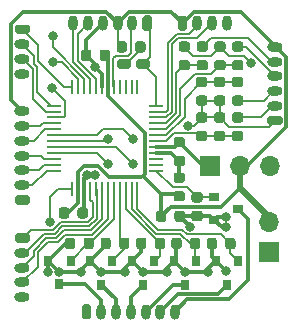
<source format=gbr>
G04 #@! TF.GenerationSoftware,KiCad,Pcbnew,(5.1.8-0-10_14)*
G04 #@! TF.CreationDate,2021-11-26T07:07:57-05:00*
G04 #@! TF.ProjectId,4809Rc,34383039-5263-42e6-9b69-6361645f7063,rev?*
G04 #@! TF.SameCoordinates,Original*
G04 #@! TF.FileFunction,Copper,L1,Top*
G04 #@! TF.FilePolarity,Positive*
%FSLAX46Y46*%
G04 Gerber Fmt 4.6, Leading zero omitted, Abs format (unit mm)*
G04 Created by KiCad (PCBNEW (5.1.8-0-10_14)) date 2021-11-26 07:07:57*
%MOMM*%
%LPD*%
G01*
G04 APERTURE LIST*
G04 #@! TA.AperFunction,ComponentPad*
%ADD10O,1.700000X1.700000*%
G04 #@! TD*
G04 #@! TA.AperFunction,ComponentPad*
%ADD11R,1.700000X1.700000*%
G04 #@! TD*
G04 #@! TA.AperFunction,ComponentPad*
%ADD12O,0.800000X1.300000*%
G04 #@! TD*
G04 #@! TA.AperFunction,SMDPad,CuDef*
%ADD13R,0.250000X1.300000*%
G04 #@! TD*
G04 #@! TA.AperFunction,SMDPad,CuDef*
%ADD14R,1.300000X0.250000*%
G04 #@! TD*
G04 #@! TA.AperFunction,ComponentPad*
%ADD15O,1.300000X0.800000*%
G04 #@! TD*
G04 #@! TA.AperFunction,SMDPad,CuDef*
%ADD16R,0.900000X0.800000*%
G04 #@! TD*
G04 #@! TA.AperFunction,SMDPad,CuDef*
%ADD17R,0.800000X0.900000*%
G04 #@! TD*
G04 #@! TA.AperFunction,ViaPad*
%ADD18C,0.800000*%
G04 #@! TD*
G04 #@! TA.AperFunction,Conductor*
%ADD19C,0.300000*%
G04 #@! TD*
G04 #@! TA.AperFunction,Conductor*
%ADD20C,0.200000*%
G04 #@! TD*
G04 #@! TA.AperFunction,Conductor*
%ADD21C,0.500000*%
G04 #@! TD*
G04 APERTURE END LIST*
D10*
X166966900Y-99809300D03*
D11*
X166966900Y-102349300D03*
D12*
X158972900Y-107403900D03*
X157722900Y-107403900D03*
X156472900Y-107403900D03*
X155222900Y-107403900D03*
X153972900Y-107403900D03*
X152722900Y-107403900D03*
G04 #@! TA.AperFunction,ComponentPad*
G36*
G01*
X151072900Y-107853900D02*
X151072900Y-106953900D01*
G75*
G02*
X151272900Y-106753900I200000J0D01*
G01*
X151672900Y-106753900D01*
G75*
G02*
X151872900Y-106953900I0J-200000D01*
G01*
X151872900Y-107853900D01*
G75*
G02*
X151672900Y-108053900I-200000J0D01*
G01*
X151272900Y-108053900D01*
G75*
G02*
X151072900Y-107853900I0J200000D01*
G01*
G37*
G04 #@! TD.AperFunction*
G04 #@! TA.AperFunction,SMDPad,CuDef*
G36*
G01*
X153535900Y-101369150D02*
X153535900Y-101881650D01*
G75*
G02*
X153317150Y-102100400I-218750J0D01*
G01*
X152879650Y-102100400D01*
G75*
G02*
X152660900Y-101881650I0J218750D01*
G01*
X152660900Y-101369150D01*
G75*
G02*
X152879650Y-101150400I218750J0D01*
G01*
X153317150Y-101150400D01*
G75*
G02*
X153535900Y-101369150I0J-218750D01*
G01*
G37*
G04 #@! TD.AperFunction*
G04 #@! TA.AperFunction,SMDPad,CuDef*
G36*
G01*
X155110900Y-101369150D02*
X155110900Y-101881650D01*
G75*
G02*
X154892150Y-102100400I-218750J0D01*
G01*
X154454650Y-102100400D01*
G75*
G02*
X154235900Y-101881650I0J218750D01*
G01*
X154235900Y-101369150D01*
G75*
G02*
X154454650Y-101150400I218750J0D01*
G01*
X154892150Y-101150400D01*
G75*
G02*
X155110900Y-101369150I0J-218750D01*
G01*
G37*
G04 #@! TD.AperFunction*
D13*
X150285000Y-88360000D03*
X150785000Y-88360000D03*
X151285000Y-88360000D03*
X151785000Y-88360000D03*
X152285000Y-88360000D03*
X152785000Y-88360000D03*
X153285000Y-88360000D03*
X153785000Y-88360000D03*
X154285000Y-88360000D03*
X154785000Y-88360000D03*
X155285000Y-88360000D03*
X155785000Y-88360000D03*
D14*
X157385000Y-89960000D03*
X157385000Y-90460000D03*
X157385000Y-90960000D03*
X157385000Y-91460000D03*
X157385000Y-91960000D03*
X157385000Y-92460000D03*
X157385000Y-92960000D03*
X157385000Y-93460000D03*
X157385000Y-93960000D03*
X157385000Y-94460000D03*
X157385000Y-94960000D03*
X157385000Y-95460000D03*
D13*
X155785000Y-97060000D03*
X155285000Y-97060000D03*
X154785000Y-97060000D03*
X154285000Y-97060000D03*
X153785000Y-97060000D03*
X153285000Y-97060000D03*
X152785000Y-97060000D03*
X152285000Y-97060000D03*
X151785000Y-97060000D03*
X151285000Y-97060000D03*
X150785000Y-97060000D03*
X150285000Y-97060000D03*
D14*
X148685000Y-95460000D03*
X148685000Y-94960000D03*
X148685000Y-94460000D03*
X148685000Y-93960000D03*
X148685000Y-93460000D03*
X148685000Y-92960000D03*
X148685000Y-92460000D03*
X148685000Y-91960000D03*
X148685000Y-91460000D03*
X148685000Y-90960000D03*
X148685000Y-90460000D03*
X148685000Y-89960000D03*
D12*
X163363600Y-82981800D03*
X162113600Y-82981800D03*
X160863600Y-82981800D03*
G04 #@! TA.AperFunction,ComponentPad*
G36*
G01*
X159213600Y-83431800D02*
X159213600Y-82531800D01*
G75*
G02*
X159413600Y-82331800I200000J0D01*
G01*
X159813600Y-82331800D01*
G75*
G02*
X160013600Y-82531800I0J-200000D01*
G01*
X160013600Y-83431800D01*
G75*
G02*
X159813600Y-83631800I-200000J0D01*
G01*
X159413600Y-83631800D01*
G75*
G02*
X159213600Y-83431800I0J200000D01*
G01*
G37*
G04 #@! TD.AperFunction*
G04 #@! TA.AperFunction,SMDPad,CuDef*
G36*
G01*
X154894800Y-84732150D02*
X154894800Y-85244650D01*
G75*
G02*
X154676050Y-85463400I-218750J0D01*
G01*
X154238550Y-85463400D01*
G75*
G02*
X154019800Y-85244650I0J218750D01*
G01*
X154019800Y-84732150D01*
G75*
G02*
X154238550Y-84513400I218750J0D01*
G01*
X154676050Y-84513400D01*
G75*
G02*
X154894800Y-84732150I0J-218750D01*
G01*
G37*
G04 #@! TD.AperFunction*
G04 #@! TA.AperFunction,SMDPad,CuDef*
G36*
G01*
X156469800Y-84732150D02*
X156469800Y-85244650D01*
G75*
G02*
X156251050Y-85463400I-218750J0D01*
G01*
X155813550Y-85463400D01*
G75*
G02*
X155594800Y-85244650I0J218750D01*
G01*
X155594800Y-84732150D01*
G75*
G02*
X155813550Y-84513400I218750J0D01*
G01*
X156251050Y-84513400D01*
G75*
G02*
X156469800Y-84732150I0J-218750D01*
G01*
G37*
G04 #@! TD.AperFunction*
D10*
X166979600Y-95084900D03*
X164439600Y-95084900D03*
D11*
X161899600Y-95084900D03*
D15*
X146050000Y-90442400D03*
X146050000Y-91692400D03*
X146050000Y-92942400D03*
X146050000Y-94192400D03*
X146050000Y-95442400D03*
X146050000Y-96692400D03*
G04 #@! TA.AperFunction,ComponentPad*
G36*
G01*
X146500000Y-98342400D02*
X145600000Y-98342400D01*
G75*
G02*
X145400000Y-98142400I0J200000D01*
G01*
X145400000Y-97742400D01*
G75*
G02*
X145600000Y-97542400I200000J0D01*
G01*
X146500000Y-97542400D01*
G75*
G02*
X146700000Y-97742400I0J-200000D01*
G01*
X146700000Y-98142400D01*
G75*
G02*
X146500000Y-98342400I-200000J0D01*
G01*
G37*
G04 #@! TD.AperFunction*
X146050000Y-106180900D03*
X146050000Y-104930900D03*
X146050000Y-103680900D03*
X146050000Y-102430900D03*
G04 #@! TA.AperFunction,ComponentPad*
G36*
G01*
X145600000Y-100780900D02*
X146500000Y-100780900D01*
G75*
G02*
X146700000Y-100980900I0J-200000D01*
G01*
X146700000Y-101380900D01*
G75*
G02*
X146500000Y-101580900I-200000J0D01*
G01*
X145600000Y-101580900D01*
G75*
G02*
X145400000Y-101380900I0J200000D01*
G01*
X145400000Y-100980900D01*
G75*
G02*
X145600000Y-100780900I200000J0D01*
G01*
G37*
G04 #@! TD.AperFunction*
X167436800Y-84986800D03*
X167436800Y-86236800D03*
X167436800Y-87486800D03*
X167436800Y-88736800D03*
X167436800Y-89986800D03*
G04 #@! TA.AperFunction,ComponentPad*
G36*
G01*
X167886800Y-91636800D02*
X166986800Y-91636800D01*
G75*
G02*
X166786800Y-91436800I0J200000D01*
G01*
X166786800Y-91036800D01*
G75*
G02*
X166986800Y-90836800I200000J0D01*
G01*
X167886800Y-90836800D01*
G75*
G02*
X168086800Y-91036800I0J-200000D01*
G01*
X168086800Y-91436800D01*
G75*
G02*
X167886800Y-91636800I-200000J0D01*
G01*
G37*
G04 #@! TD.AperFunction*
D16*
X164296600Y-98679000D03*
X162296600Y-99629000D03*
X162296600Y-97729000D03*
G04 #@! TA.AperFunction,SMDPad,CuDef*
G36*
G01*
X164018250Y-92094800D02*
X164530750Y-92094800D01*
G75*
G02*
X164749500Y-92313550I0J-218750D01*
G01*
X164749500Y-92751050D01*
G75*
G02*
X164530750Y-92969800I-218750J0D01*
G01*
X164018250Y-92969800D01*
G75*
G02*
X163799500Y-92751050I0J218750D01*
G01*
X163799500Y-92313550D01*
G75*
G02*
X164018250Y-92094800I218750J0D01*
G01*
G37*
G04 #@! TD.AperFunction*
G04 #@! TA.AperFunction,SMDPad,CuDef*
G36*
G01*
X164018250Y-90519800D02*
X164530750Y-90519800D01*
G75*
G02*
X164749500Y-90738550I0J-218750D01*
G01*
X164749500Y-91176050D01*
G75*
G02*
X164530750Y-91394800I-218750J0D01*
G01*
X164018250Y-91394800D01*
G75*
G02*
X163799500Y-91176050I0J218750D01*
G01*
X163799500Y-90738550D01*
G75*
G02*
X164018250Y-90519800I218750J0D01*
G01*
G37*
G04 #@! TD.AperFunction*
G04 #@! TA.AperFunction,SMDPad,CuDef*
G36*
G01*
X162494250Y-89097600D02*
X163006750Y-89097600D01*
G75*
G02*
X163225500Y-89316350I0J-218750D01*
G01*
X163225500Y-89753850D01*
G75*
G02*
X163006750Y-89972600I-218750J0D01*
G01*
X162494250Y-89972600D01*
G75*
G02*
X162275500Y-89753850I0J218750D01*
G01*
X162275500Y-89316350D01*
G75*
G02*
X162494250Y-89097600I218750J0D01*
G01*
G37*
G04 #@! TD.AperFunction*
G04 #@! TA.AperFunction,SMDPad,CuDef*
G36*
G01*
X162494250Y-87522600D02*
X163006750Y-87522600D01*
G75*
G02*
X163225500Y-87741350I0J-218750D01*
G01*
X163225500Y-88178850D01*
G75*
G02*
X163006750Y-88397600I-218750J0D01*
G01*
X162494250Y-88397600D01*
G75*
G02*
X162275500Y-88178850I0J218750D01*
G01*
X162275500Y-87741350D01*
G75*
G02*
X162494250Y-87522600I218750J0D01*
G01*
G37*
G04 #@! TD.AperFunction*
G04 #@! TA.AperFunction,SMDPad,CuDef*
G36*
G01*
X164530750Y-88397600D02*
X164018250Y-88397600D01*
G75*
G02*
X163799500Y-88178850I0J218750D01*
G01*
X163799500Y-87741350D01*
G75*
G02*
X164018250Y-87522600I218750J0D01*
G01*
X164530750Y-87522600D01*
G75*
G02*
X164749500Y-87741350I0J-218750D01*
G01*
X164749500Y-88178850D01*
G75*
G02*
X164530750Y-88397600I-218750J0D01*
G01*
G37*
G04 #@! TD.AperFunction*
G04 #@! TA.AperFunction,SMDPad,CuDef*
G36*
G01*
X164530750Y-89972600D02*
X164018250Y-89972600D01*
G75*
G02*
X163799500Y-89753850I0J218750D01*
G01*
X163799500Y-89316350D01*
G75*
G02*
X164018250Y-89097600I218750J0D01*
G01*
X164530750Y-89097600D01*
G75*
G02*
X164749500Y-89316350I0J-218750D01*
G01*
X164749500Y-89753850D01*
G75*
G02*
X164530750Y-89972600I-218750J0D01*
G01*
G37*
G04 #@! TD.AperFunction*
G04 #@! TA.AperFunction,SMDPad,CuDef*
G36*
G01*
X161021050Y-86100400D02*
X161533550Y-86100400D01*
G75*
G02*
X161752300Y-86319150I0J-218750D01*
G01*
X161752300Y-86756650D01*
G75*
G02*
X161533550Y-86975400I-218750J0D01*
G01*
X161021050Y-86975400D01*
G75*
G02*
X160802300Y-86756650I0J218750D01*
G01*
X160802300Y-86319150D01*
G75*
G02*
X161021050Y-86100400I218750J0D01*
G01*
G37*
G04 #@! TD.AperFunction*
G04 #@! TA.AperFunction,SMDPad,CuDef*
G36*
G01*
X161021050Y-84525400D02*
X161533550Y-84525400D01*
G75*
G02*
X161752300Y-84744150I0J-218750D01*
G01*
X161752300Y-85181650D01*
G75*
G02*
X161533550Y-85400400I-218750J0D01*
G01*
X161021050Y-85400400D01*
G75*
G02*
X160802300Y-85181650I0J218750D01*
G01*
X160802300Y-84744150D01*
G75*
G02*
X161021050Y-84525400I218750J0D01*
G01*
G37*
G04 #@! TD.AperFunction*
G04 #@! TA.AperFunction,SMDPad,CuDef*
G36*
G01*
X160009550Y-85400400D02*
X159497050Y-85400400D01*
G75*
G02*
X159278300Y-85181650I0J218750D01*
G01*
X159278300Y-84744150D01*
G75*
G02*
X159497050Y-84525400I218750J0D01*
G01*
X160009550Y-84525400D01*
G75*
G02*
X160228300Y-84744150I0J-218750D01*
G01*
X160228300Y-85181650D01*
G75*
G02*
X160009550Y-85400400I-218750J0D01*
G01*
G37*
G04 #@! TD.AperFunction*
G04 #@! TA.AperFunction,SMDPad,CuDef*
G36*
G01*
X160009550Y-86975400D02*
X159497050Y-86975400D01*
G75*
G02*
X159278300Y-86756650I0J218750D01*
G01*
X159278300Y-86319150D01*
G75*
G02*
X159497050Y-86100400I218750J0D01*
G01*
X160009550Y-86100400D01*
G75*
G02*
X160228300Y-86319150I0J-218750D01*
G01*
X160228300Y-86756650D01*
G75*
G02*
X160009550Y-86975400I-218750J0D01*
G01*
G37*
G04 #@! TD.AperFunction*
D17*
X149174200Y-105101900D03*
X148224200Y-103101900D03*
X150124200Y-103101900D03*
D15*
X146050000Y-87252500D03*
X146050000Y-86002500D03*
X146050000Y-84752500D03*
G04 #@! TA.AperFunction,ComponentPad*
G36*
G01*
X145600000Y-83102500D02*
X146500000Y-83102500D01*
G75*
G02*
X146700000Y-83302500I0J-200000D01*
G01*
X146700000Y-83702500D01*
G75*
G02*
X146500000Y-83902500I-200000J0D01*
G01*
X145600000Y-83902500D01*
G75*
G02*
X145400000Y-83702500I0J200000D01*
G01*
X145400000Y-83302500D01*
G75*
G02*
X145600000Y-83102500I200000J0D01*
G01*
G37*
G04 #@! TD.AperFunction*
G04 #@! TA.AperFunction,SMDPad,CuDef*
G36*
G01*
X156545800Y-101369150D02*
X156545800Y-101881650D01*
G75*
G02*
X156327050Y-102100400I-218750J0D01*
G01*
X155889550Y-102100400D01*
G75*
G02*
X155670800Y-101881650I0J218750D01*
G01*
X155670800Y-101369150D01*
G75*
G02*
X155889550Y-101150400I218750J0D01*
G01*
X156327050Y-101150400D01*
G75*
G02*
X156545800Y-101369150I0J-218750D01*
G01*
G37*
G04 #@! TD.AperFunction*
G04 #@! TA.AperFunction,SMDPad,CuDef*
G36*
G01*
X158120800Y-101369150D02*
X158120800Y-101881650D01*
G75*
G02*
X157902050Y-102100400I-218750J0D01*
G01*
X157464550Y-102100400D01*
G75*
G02*
X157245800Y-101881650I0J218750D01*
G01*
X157245800Y-101369150D01*
G75*
G02*
X157464550Y-101150400I218750J0D01*
G01*
X157902050Y-101150400D01*
G75*
G02*
X158120800Y-101369150I0J-218750D01*
G01*
G37*
G04 #@! TD.AperFunction*
D17*
X156273500Y-105114600D03*
X155323500Y-103114600D03*
X157223500Y-103114600D03*
G04 #@! TA.AperFunction,SMDPad,CuDef*
G36*
G01*
X150526000Y-101369150D02*
X150526000Y-101881650D01*
G75*
G02*
X150307250Y-102100400I-218750J0D01*
G01*
X149869750Y-102100400D01*
G75*
G02*
X149651000Y-101881650I0J218750D01*
G01*
X149651000Y-101369150D01*
G75*
G02*
X149869750Y-101150400I218750J0D01*
G01*
X150307250Y-101150400D01*
G75*
G02*
X150526000Y-101369150I0J-218750D01*
G01*
G37*
G04 #@! TD.AperFunction*
G04 #@! TA.AperFunction,SMDPad,CuDef*
G36*
G01*
X152101000Y-101369150D02*
X152101000Y-101881650D01*
G75*
G02*
X151882250Y-102100400I-218750J0D01*
G01*
X151444750Y-102100400D01*
G75*
G02*
X151226000Y-101881650I0J218750D01*
G01*
X151226000Y-101369150D01*
G75*
G02*
X151444750Y-101150400I218750J0D01*
G01*
X151882250Y-101150400D01*
G75*
G02*
X152101000Y-101369150I0J-218750D01*
G01*
G37*
G04 #@! TD.AperFunction*
D12*
X150353700Y-82969100D03*
X151603700Y-82969100D03*
X152853700Y-82969100D03*
X154103700Y-82969100D03*
X155353700Y-82969100D03*
G04 #@! TA.AperFunction,ComponentPad*
G36*
G01*
X157003700Y-82519100D02*
X157003700Y-83419100D01*
G75*
G02*
X156803700Y-83619100I-200000J0D01*
G01*
X156403700Y-83619100D01*
G75*
G02*
X156203700Y-83419100I0J200000D01*
G01*
X156203700Y-82519100D01*
G75*
G02*
X156403700Y-82319100I200000J0D01*
G01*
X156803700Y-82319100D01*
G75*
G02*
X157003700Y-82519100I0J-200000D01*
G01*
G37*
G04 #@! TD.AperFunction*
G04 #@! TA.AperFunction,SMDPad,CuDef*
G36*
G01*
X150705300Y-99303550D02*
X150705300Y-98791050D01*
G75*
G02*
X150924050Y-98572300I218750J0D01*
G01*
X151361550Y-98572300D01*
G75*
G02*
X151580300Y-98791050I0J-218750D01*
G01*
X151580300Y-99303550D01*
G75*
G02*
X151361550Y-99522300I-218750J0D01*
G01*
X150924050Y-99522300D01*
G75*
G02*
X150705300Y-99303550I0J218750D01*
G01*
G37*
G04 #@! TD.AperFunction*
G04 #@! TA.AperFunction,SMDPad,CuDef*
G36*
G01*
X149130300Y-99303550D02*
X149130300Y-98791050D01*
G75*
G02*
X149349050Y-98572300I218750J0D01*
G01*
X149786550Y-98572300D01*
G75*
G02*
X150005300Y-98791050I0J-218750D01*
G01*
X150005300Y-99303550D01*
G75*
G02*
X149786550Y-99522300I-218750J0D01*
G01*
X149349050Y-99522300D01*
G75*
G02*
X149130300Y-99303550I0J218750D01*
G01*
G37*
G04 #@! TD.AperFunction*
G04 #@! TA.AperFunction,SMDPad,CuDef*
G36*
G01*
X158922200Y-99582950D02*
X158922200Y-99070450D01*
G75*
G02*
X159140950Y-98851700I218750J0D01*
G01*
X159578450Y-98851700D01*
G75*
G02*
X159797200Y-99070450I0J-218750D01*
G01*
X159797200Y-99582950D01*
G75*
G02*
X159578450Y-99801700I-218750J0D01*
G01*
X159140950Y-99801700D01*
G75*
G02*
X158922200Y-99582950I0J218750D01*
G01*
G37*
G04 #@! TD.AperFunction*
G04 #@! TA.AperFunction,SMDPad,CuDef*
G36*
G01*
X157347200Y-99582950D02*
X157347200Y-99070450D01*
G75*
G02*
X157565950Y-98851700I218750J0D01*
G01*
X158003450Y-98851700D01*
G75*
G02*
X158222200Y-99070450I0J-218750D01*
G01*
X158222200Y-99582950D01*
G75*
G02*
X158003450Y-99801700I-218750J0D01*
G01*
X157565950Y-99801700D01*
G75*
G02*
X157347200Y-99582950I0J218750D01*
G01*
G37*
G04 #@! TD.AperFunction*
G04 #@! TA.AperFunction,SMDPad,CuDef*
G36*
G01*
X159590450Y-93503000D02*
X159077950Y-93503000D01*
G75*
G02*
X158859200Y-93284250I0J218750D01*
G01*
X158859200Y-92846750D01*
G75*
G02*
X159077950Y-92628000I218750J0D01*
G01*
X159590450Y-92628000D01*
G75*
G02*
X159809200Y-92846750I0J-218750D01*
G01*
X159809200Y-93284250D01*
G75*
G02*
X159590450Y-93503000I-218750J0D01*
G01*
G37*
G04 #@! TD.AperFunction*
G04 #@! TA.AperFunction,SMDPad,CuDef*
G36*
G01*
X159590450Y-95078000D02*
X159077950Y-95078000D01*
G75*
G02*
X158859200Y-94859250I0J218750D01*
G01*
X158859200Y-94421750D01*
G75*
G02*
X159077950Y-94203000I218750J0D01*
G01*
X159590450Y-94203000D01*
G75*
G02*
X159809200Y-94421750I0J-218750D01*
G01*
X159809200Y-94859250D01*
G75*
G02*
X159590450Y-95078000I-218750J0D01*
G01*
G37*
G04 #@! TD.AperFunction*
G04 #@! TA.AperFunction,SMDPad,CuDef*
G36*
G01*
X164018250Y-86100400D02*
X164530750Y-86100400D01*
G75*
G02*
X164749500Y-86319150I0J-218750D01*
G01*
X164749500Y-86756650D01*
G75*
G02*
X164530750Y-86975400I-218750J0D01*
G01*
X164018250Y-86975400D01*
G75*
G02*
X163799500Y-86756650I0J218750D01*
G01*
X163799500Y-86319150D01*
G75*
G02*
X164018250Y-86100400I218750J0D01*
G01*
G37*
G04 #@! TD.AperFunction*
G04 #@! TA.AperFunction,SMDPad,CuDef*
G36*
G01*
X164018250Y-84525400D02*
X164530750Y-84525400D01*
G75*
G02*
X164749500Y-84744150I0J-218750D01*
G01*
X164749500Y-85181650D01*
G75*
G02*
X164530750Y-85400400I-218750J0D01*
G01*
X164018250Y-85400400D01*
G75*
G02*
X163799500Y-85181650I0J218750D01*
G01*
X163799500Y-84744150D01*
G75*
G02*
X164018250Y-84525400I218750J0D01*
G01*
G37*
G04 #@! TD.AperFunction*
G04 #@! TA.AperFunction,SMDPad,CuDef*
G36*
G01*
X163006750Y-91394800D02*
X162494250Y-91394800D01*
G75*
G02*
X162275500Y-91176050I0J218750D01*
G01*
X162275500Y-90738550D01*
G75*
G02*
X162494250Y-90519800I218750J0D01*
G01*
X163006750Y-90519800D01*
G75*
G02*
X163225500Y-90738550I0J-218750D01*
G01*
X163225500Y-91176050D01*
G75*
G02*
X163006750Y-91394800I-218750J0D01*
G01*
G37*
G04 #@! TD.AperFunction*
G04 #@! TA.AperFunction,SMDPad,CuDef*
G36*
G01*
X163006750Y-92969800D02*
X162494250Y-92969800D01*
G75*
G02*
X162275500Y-92751050I0J218750D01*
G01*
X162275500Y-92313550D01*
G75*
G02*
X162494250Y-92094800I218750J0D01*
G01*
X163006750Y-92094800D01*
G75*
G02*
X163225500Y-92313550I0J-218750D01*
G01*
X163225500Y-92751050D01*
G75*
G02*
X163006750Y-92969800I-218750J0D01*
G01*
G37*
G04 #@! TD.AperFunction*
G04 #@! TA.AperFunction,SMDPad,CuDef*
G36*
G01*
X160576550Y-98863900D02*
X161089050Y-98863900D01*
G75*
G02*
X161307800Y-99082650I0J-218750D01*
G01*
X161307800Y-99520150D01*
G75*
G02*
X161089050Y-99738900I-218750J0D01*
G01*
X160576550Y-99738900D01*
G75*
G02*
X160357800Y-99520150I0J218750D01*
G01*
X160357800Y-99082650D01*
G75*
G02*
X160576550Y-98863900I218750J0D01*
G01*
G37*
G04 #@! TD.AperFunction*
G04 #@! TA.AperFunction,SMDPad,CuDef*
G36*
G01*
X160576550Y-97288900D02*
X161089050Y-97288900D01*
G75*
G02*
X161307800Y-97507650I0J-218750D01*
G01*
X161307800Y-97945150D01*
G75*
G02*
X161089050Y-98163900I-218750J0D01*
G01*
X160576550Y-98163900D01*
G75*
G02*
X160357800Y-97945150I0J218750D01*
G01*
X160357800Y-97507650D01*
G75*
G02*
X160576550Y-97288900I218750J0D01*
G01*
G37*
G04 #@! TD.AperFunction*
G04 #@! TA.AperFunction,SMDPad,CuDef*
G36*
G01*
X162514800Y-101381850D02*
X162514800Y-101894350D01*
G75*
G02*
X162296050Y-102113100I-218750J0D01*
G01*
X161858550Y-102113100D01*
G75*
G02*
X161639800Y-101894350I0J218750D01*
G01*
X161639800Y-101381850D01*
G75*
G02*
X161858550Y-101163100I218750J0D01*
G01*
X162296050Y-101163100D01*
G75*
G02*
X162514800Y-101381850I0J-218750D01*
G01*
G37*
G04 #@! TD.AperFunction*
G04 #@! TA.AperFunction,SMDPad,CuDef*
G36*
G01*
X164089800Y-101381850D02*
X164089800Y-101894350D01*
G75*
G02*
X163871050Y-102113100I-218750J0D01*
G01*
X163433550Y-102113100D01*
G75*
G02*
X163214800Y-101894350I0J218750D01*
G01*
X163214800Y-101381850D01*
G75*
G02*
X163433550Y-101163100I218750J0D01*
G01*
X163871050Y-101163100D01*
G75*
G02*
X164089800Y-101381850I0J-218750D01*
G01*
G37*
G04 #@! TD.AperFunction*
G04 #@! TA.AperFunction,SMDPad,CuDef*
G36*
G01*
X159530300Y-101369150D02*
X159530300Y-101881650D01*
G75*
G02*
X159311550Y-102100400I-218750J0D01*
G01*
X158874050Y-102100400D01*
G75*
G02*
X158655300Y-101881650I0J218750D01*
G01*
X158655300Y-101369150D01*
G75*
G02*
X158874050Y-101150400I218750J0D01*
G01*
X159311550Y-101150400D01*
G75*
G02*
X159530300Y-101369150I0J-218750D01*
G01*
G37*
G04 #@! TD.AperFunction*
G04 #@! TA.AperFunction,SMDPad,CuDef*
G36*
G01*
X161105300Y-101369150D02*
X161105300Y-101881650D01*
G75*
G02*
X160886550Y-102100400I-218750J0D01*
G01*
X160449050Y-102100400D01*
G75*
G02*
X160230300Y-101881650I0J218750D01*
G01*
X160230300Y-101369150D01*
G75*
G02*
X160449050Y-101150400I218750J0D01*
G01*
X160886550Y-101150400D01*
G75*
G02*
X161105300Y-101369150I0J-218750D01*
G01*
G37*
G04 #@! TD.AperFunction*
D17*
X152717500Y-105114600D03*
X151767500Y-103114600D03*
X153667500Y-103114600D03*
X163372800Y-105114600D03*
X162422800Y-103114600D03*
X164322800Y-103114600D03*
X159829500Y-105114600D03*
X158879500Y-103114600D03*
X160779500Y-103114600D03*
G04 #@! TA.AperFunction,SMDPad,CuDef*
G36*
G01*
X159590450Y-96500200D02*
X159077950Y-96500200D01*
G75*
G02*
X158859200Y-96281450I0J218750D01*
G01*
X158859200Y-95843950D01*
G75*
G02*
X159077950Y-95625200I218750J0D01*
G01*
X159590450Y-95625200D01*
G75*
G02*
X159809200Y-95843950I0J-218750D01*
G01*
X159809200Y-96281450D01*
G75*
G02*
X159590450Y-96500200I-218750J0D01*
G01*
G37*
G04 #@! TD.AperFunction*
G04 #@! TA.AperFunction,SMDPad,CuDef*
G36*
G01*
X159590450Y-98075200D02*
X159077950Y-98075200D01*
G75*
G02*
X158859200Y-97856450I0J218750D01*
G01*
X158859200Y-97418950D01*
G75*
G02*
X159077950Y-97200200I218750J0D01*
G01*
X159590450Y-97200200D01*
G75*
G02*
X159809200Y-97418950I0J-218750D01*
G01*
X159809200Y-97856450D01*
G75*
G02*
X159590450Y-98075200I-218750J0D01*
G01*
G37*
G04 #@! TD.AperFunction*
G04 #@! TA.AperFunction,SMDPad,CuDef*
G36*
G01*
X155648000Y-86648700D02*
X155648000Y-86223700D01*
G75*
G02*
X155860500Y-86011200I212500J0D01*
G01*
X156660500Y-86011200D01*
G75*
G02*
X156873000Y-86223700I0J-212500D01*
G01*
X156873000Y-86648700D01*
G75*
G02*
X156660500Y-86861200I-212500J0D01*
G01*
X155860500Y-86861200D01*
G75*
G02*
X155648000Y-86648700I0J212500D01*
G01*
G37*
G04 #@! TD.AperFunction*
G04 #@! TA.AperFunction,SMDPad,CuDef*
G36*
G01*
X154023000Y-86648700D02*
X154023000Y-86223700D01*
G75*
G02*
X154235500Y-86011200I212500J0D01*
G01*
X155035500Y-86011200D01*
G75*
G02*
X155248000Y-86223700I0J-212500D01*
G01*
X155248000Y-86648700D01*
G75*
G02*
X155035500Y-86861200I-212500J0D01*
G01*
X154235500Y-86861200D01*
G75*
G02*
X154023000Y-86648700I0J212500D01*
G01*
G37*
G04 #@! TD.AperFunction*
G04 #@! TA.AperFunction,SMDPad,CuDef*
G36*
G01*
X151882360Y-85445890D02*
X151882360Y-85958390D01*
G75*
G02*
X151663610Y-86177140I-218750J0D01*
G01*
X151226110Y-86177140D01*
G75*
G02*
X151007360Y-85958390I0J218750D01*
G01*
X151007360Y-85445890D01*
G75*
G02*
X151226110Y-85227140I218750J0D01*
G01*
X151663610Y-85227140D01*
G75*
G02*
X151882360Y-85445890I0J-218750D01*
G01*
G37*
G04 #@! TD.AperFunction*
G04 #@! TA.AperFunction,SMDPad,CuDef*
G36*
G01*
X153457360Y-85445890D02*
X153457360Y-85958390D01*
G75*
G02*
X153238610Y-86177140I-218750J0D01*
G01*
X152801110Y-86177140D01*
G75*
G02*
X152582360Y-85958390I0J218750D01*
G01*
X152582360Y-85445890D01*
G75*
G02*
X152801110Y-85227140I218750J0D01*
G01*
X153238610Y-85227140D01*
G75*
G02*
X153457360Y-85445890I0J-218750D01*
G01*
G37*
G04 #@! TD.AperFunction*
G04 #@! TA.AperFunction,SMDPad,CuDef*
G36*
G01*
X163032150Y-85400400D02*
X162519650Y-85400400D01*
G75*
G02*
X162300900Y-85181650I0J218750D01*
G01*
X162300900Y-84744150D01*
G75*
G02*
X162519650Y-84525400I218750J0D01*
G01*
X163032150Y-84525400D01*
G75*
G02*
X163250900Y-84744150I0J-218750D01*
G01*
X163250900Y-85181650D01*
G75*
G02*
X163032150Y-85400400I-218750J0D01*
G01*
G37*
G04 #@! TD.AperFunction*
G04 #@! TA.AperFunction,SMDPad,CuDef*
G36*
G01*
X163032150Y-86975400D02*
X162519650Y-86975400D01*
G75*
G02*
X162300900Y-86756650I0J218750D01*
G01*
X162300900Y-86319150D01*
G75*
G02*
X162519650Y-86100400I218750J0D01*
G01*
X163032150Y-86100400D01*
G75*
G02*
X163250900Y-86319150I0J-218750D01*
G01*
X163250900Y-86756650D01*
G75*
G02*
X163032150Y-86975400I-218750J0D01*
G01*
G37*
G04 #@! TD.AperFunction*
G04 #@! TA.AperFunction,SMDPad,CuDef*
G36*
G01*
X161482750Y-91394800D02*
X160970250Y-91394800D01*
G75*
G02*
X160751500Y-91176050I0J218750D01*
G01*
X160751500Y-90738550D01*
G75*
G02*
X160970250Y-90519800I218750J0D01*
G01*
X161482750Y-90519800D01*
G75*
G02*
X161701500Y-90738550I0J-218750D01*
G01*
X161701500Y-91176050D01*
G75*
G02*
X161482750Y-91394800I-218750J0D01*
G01*
G37*
G04 #@! TD.AperFunction*
G04 #@! TA.AperFunction,SMDPad,CuDef*
G36*
G01*
X161482750Y-92969800D02*
X160970250Y-92969800D01*
G75*
G02*
X160751500Y-92751050I0J218750D01*
G01*
X160751500Y-92313550D01*
G75*
G02*
X160970250Y-92094800I218750J0D01*
G01*
X161482750Y-92094800D01*
G75*
G02*
X161701500Y-92313550I0J-218750D01*
G01*
X161701500Y-92751050D01*
G75*
G02*
X161482750Y-92969800I-218750J0D01*
G01*
G37*
G04 #@! TD.AperFunction*
G04 #@! TA.AperFunction,SMDPad,CuDef*
G36*
G01*
X160970250Y-89097600D02*
X161482750Y-89097600D01*
G75*
G02*
X161701500Y-89316350I0J-218750D01*
G01*
X161701500Y-89753850D01*
G75*
G02*
X161482750Y-89972600I-218750J0D01*
G01*
X160970250Y-89972600D01*
G75*
G02*
X160751500Y-89753850I0J218750D01*
G01*
X160751500Y-89316350D01*
G75*
G02*
X160970250Y-89097600I218750J0D01*
G01*
G37*
G04 #@! TD.AperFunction*
G04 #@! TA.AperFunction,SMDPad,CuDef*
G36*
G01*
X160970250Y-87522600D02*
X161482750Y-87522600D01*
G75*
G02*
X161701500Y-87741350I0J-218750D01*
G01*
X161701500Y-88178850D01*
G75*
G02*
X161482750Y-88397600I-218750J0D01*
G01*
X160970250Y-88397600D01*
G75*
G02*
X160751500Y-88178850I0J218750D01*
G01*
X160751500Y-87741350D01*
G75*
G02*
X160970250Y-87522600I218750J0D01*
G01*
G37*
G04 #@! TD.AperFunction*
D18*
X159777900Y-104013000D03*
X161798000Y-104013000D03*
X158280100Y-104013000D03*
X156221900Y-104013000D03*
X152665900Y-104013000D03*
X154698700Y-104013000D03*
X163309300Y-104000300D03*
X149135300Y-104013000D03*
X151041114Y-104013000D03*
X148209000Y-104013000D03*
X152227957Y-95859988D03*
X151535018Y-95859994D03*
X163322000Y-99428300D03*
X163322000Y-100253800D03*
X165437940Y-86375120D03*
X160042860Y-91643200D03*
X152184100Y-86659720D03*
X160264355Y-100208310D03*
X148602700Y-84086700D03*
X148602700Y-86296500D03*
X155422600Y-92786200D03*
X153316400Y-92786200D03*
X148590000Y-88506300D03*
X155422600Y-94919800D03*
X153316400Y-94898399D03*
X148369551Y-99802211D03*
D19*
X159777900Y-104013000D02*
X158879500Y-103114600D01*
X161798000Y-104013000D02*
X159777900Y-104013000D01*
X161798000Y-103739400D02*
X161798000Y-104013000D01*
X162422800Y-103114600D02*
X161798000Y-103739400D01*
X158280100Y-104013000D02*
X156221900Y-104013000D01*
X158879500Y-103114600D02*
X158280100Y-103714000D01*
X158280100Y-103714000D02*
X158280100Y-104013000D01*
X156221900Y-104013000D02*
X155323500Y-103114600D01*
X152665900Y-104013000D02*
X151767500Y-103114600D01*
X154698700Y-104013000D02*
X152665900Y-104013000D01*
X154698700Y-103739400D02*
X154698700Y-104013000D01*
X155323500Y-103114600D02*
X154698700Y-103739400D01*
X162423600Y-103114600D02*
X163309300Y-104000300D01*
X162422800Y-103114600D02*
X162423600Y-103114600D01*
D20*
X162001100Y-85737700D02*
X160528100Y-85737700D01*
X160528100Y-85737700D02*
X159753300Y-84962900D01*
X162775900Y-84962900D02*
X162001100Y-85737700D01*
D19*
X148224200Y-103101900D02*
X149135300Y-104013000D01*
X149135300Y-104013000D02*
X151041114Y-104013000D01*
X151041114Y-103840986D02*
X151041114Y-104013000D01*
X151767500Y-103114600D02*
X151041114Y-103840986D01*
X148224200Y-104239100D02*
X148209000Y-104254300D01*
X148224200Y-103101900D02*
X148224200Y-104239100D01*
X151285000Y-96110000D02*
X151535012Y-95859988D01*
X151285000Y-97060000D02*
X151285000Y-96110000D01*
X151535012Y-95859988D02*
X152227957Y-95859988D01*
X151285000Y-97060000D02*
X151285000Y-96110012D01*
X151285000Y-96110012D02*
X151535018Y-95859994D01*
X151285000Y-98905100D02*
X151142800Y-99047300D01*
X151285000Y-97060000D02*
X151285000Y-98905100D01*
X162077300Y-102769100D02*
X162422800Y-103114600D01*
X162077300Y-101638100D02*
X162077300Y-102769100D01*
X159092800Y-102901300D02*
X158879500Y-103114600D01*
X159092800Y-101625400D02*
X159092800Y-102901300D01*
X156108300Y-102329800D02*
X155323500Y-103114600D01*
X156108300Y-101625400D02*
X156108300Y-102329800D01*
X153098400Y-101783700D02*
X151767500Y-103114600D01*
X153098400Y-101625400D02*
X153098400Y-101783700D01*
X163322000Y-99428300D02*
X163334700Y-99428300D01*
X162497300Y-99428300D02*
X163322000Y-99428300D01*
X162296600Y-99629000D02*
X162497300Y-99428300D01*
X162921400Y-100253800D02*
X163322000Y-100253800D01*
X162296600Y-99629000D02*
X162921400Y-100253800D01*
X162281400Y-99613800D02*
X162281400Y-99644200D01*
X162281400Y-99644200D02*
X162296600Y-99629000D01*
X161969000Y-99301400D02*
X162281400Y-99613800D01*
X160832800Y-99301400D02*
X161969000Y-99301400D01*
X160807500Y-99326700D02*
X160832800Y-99301400D01*
X159359700Y-99326700D02*
X160807500Y-99326700D01*
X161361120Y-95097600D02*
X161912300Y-95097600D01*
X159334200Y-93070680D02*
X161361120Y-95097600D01*
X159334200Y-93065500D02*
X159334200Y-93070680D01*
X158939700Y-93460000D02*
X159334200Y-93065500D01*
X157385000Y-93460000D02*
X158939700Y-93460000D01*
X149700700Y-101625400D02*
X148224200Y-103101900D01*
X150088500Y-101625400D02*
X149700700Y-101625400D01*
D20*
X164815760Y-85752940D02*
X165437940Y-86375120D01*
X163565940Y-85752940D02*
X164815760Y-85752940D01*
X162775900Y-84962900D02*
X163565940Y-85752940D01*
X163532920Y-91739720D02*
X166933880Y-91739720D01*
X166933880Y-91739720D02*
X167436800Y-91236800D01*
X162750500Y-90957300D02*
X163532920Y-91739720D01*
X162750500Y-89535100D02*
X162750500Y-90957300D01*
X161226500Y-89535100D02*
X162750500Y-89535100D01*
X161226500Y-90957300D02*
X162750500Y-90957300D01*
X161226500Y-89535100D02*
X161226500Y-90957300D01*
X160540600Y-91643200D02*
X160042860Y-91643200D01*
X161226500Y-90957300D02*
X160540600Y-91643200D01*
D19*
X152785000Y-87260620D02*
X152184100Y-86659720D01*
X151444860Y-85702140D02*
X152184100Y-86441380D01*
X152785000Y-88360000D02*
X152785000Y-87260620D01*
X152184100Y-86441380D02*
X152184100Y-86659720D01*
X151444860Y-84377940D02*
X152853700Y-82969100D01*
X151444860Y-85702140D02*
X151444860Y-84377940D01*
X160241310Y-100208310D02*
X160264355Y-100208310D01*
X159359700Y-99326700D02*
X160241310Y-100208310D01*
D20*
X161175800Y-87960100D02*
X164274500Y-87960100D01*
X159778700Y-89357200D02*
X161175800Y-87960100D01*
X159778700Y-90916300D02*
X159778700Y-89357200D01*
X158235000Y-92460000D02*
X159778700Y-90916300D01*
X157385000Y-92460000D02*
X158235000Y-92460000D01*
X159753300Y-86537900D02*
X161277300Y-86537900D01*
X157385000Y-91460000D02*
X158235000Y-91460000D01*
X158235000Y-91460000D02*
X159078679Y-90616321D01*
X159078679Y-90616321D02*
X159078679Y-87212521D01*
X159078679Y-87212521D02*
X159753300Y-86537900D01*
X161226500Y-92532300D02*
X162750500Y-92532300D01*
X164274500Y-92532300D02*
X162750500Y-92532300D01*
X158882080Y-92311220D02*
X161005420Y-92311220D01*
X158233300Y-92960000D02*
X158882080Y-92311220D01*
X161005420Y-92311220D02*
X161226500Y-92532300D01*
X157385000Y-92960000D02*
X158233300Y-92960000D01*
X162775900Y-86537900D02*
X164274500Y-86537900D01*
X162052100Y-87261700D02*
X162775900Y-86537900D01*
X158235000Y-91960000D02*
X159428689Y-90766311D01*
X160693100Y-87261700D02*
X162052100Y-87261700D01*
X159428689Y-88526111D02*
X160693100Y-87261700D01*
X159428689Y-90766311D02*
X159428689Y-88526111D01*
X157385000Y-91960000D02*
X158235000Y-91960000D01*
X154103700Y-84672900D02*
X154431900Y-85001100D01*
X154103700Y-82969100D02*
X154103700Y-84672900D01*
D19*
X155053710Y-82019090D02*
X154103700Y-82969100D01*
X158650890Y-82019090D02*
X155053710Y-82019090D01*
X159613600Y-82981800D02*
X158650890Y-82019090D01*
X164530990Y-82031790D02*
X160563610Y-82031790D01*
X167436800Y-84937600D02*
X164530990Y-82031790D01*
X160563610Y-82031790D02*
X159613600Y-82981800D01*
X167436800Y-84986800D02*
X167436800Y-84937600D01*
X145099990Y-89499390D02*
X146050000Y-90449400D01*
X146098310Y-82019090D02*
X145099990Y-83017410D01*
X153153690Y-82019090D02*
X146098310Y-82019090D01*
X145099990Y-83017410D02*
X145099990Y-89499390D01*
X154103700Y-82969100D02*
X153153690Y-82019090D01*
X157784700Y-97505102D02*
X157804602Y-97485200D01*
X157784700Y-99326700D02*
X157784700Y-97505102D01*
X153285000Y-89162700D02*
X153285000Y-88360000D01*
X156387800Y-92265500D02*
X153285000Y-89162700D01*
X156387800Y-95752402D02*
X156387800Y-92265500D01*
X156229802Y-95910400D02*
X156387800Y-95752402D01*
X167508860Y-84986800D02*
X167436800Y-84986800D01*
X168386810Y-85864750D02*
X167508860Y-84986800D01*
X168386810Y-91770150D02*
X168386810Y-85864750D01*
X165072060Y-95084900D02*
X168386810Y-91770150D01*
X164439600Y-95084900D02*
X165072060Y-95084900D01*
D21*
X166979600Y-99468940D02*
X166979600Y-100164900D01*
X164439600Y-96928940D02*
X166979600Y-99468940D01*
X164439600Y-95084900D02*
X164439600Y-96928940D01*
D19*
X153285000Y-85967280D02*
X153285000Y-88360000D01*
X153019860Y-85702140D02*
X153285000Y-85967280D01*
X158597500Y-98513900D02*
X157784700Y-99326700D01*
X162900360Y-98513900D02*
X158597500Y-98513900D01*
X164439600Y-96974660D02*
X162900360Y-98513900D01*
X164439600Y-95084900D02*
X164439600Y-96974660D01*
X157784700Y-97465298D02*
X156229802Y-95910400D01*
X157804602Y-97485200D02*
X157784700Y-97465298D01*
X157812222Y-97477580D02*
X157804602Y-97485200D01*
X159174080Y-97477580D02*
X157812222Y-97477580D01*
X159334200Y-97637700D02*
X159174080Y-97477580D01*
X150785000Y-95607700D02*
X150785000Y-97060000D01*
X151295091Y-95097609D02*
X150785000Y-95607700D01*
X152458429Y-95097609D02*
X151295091Y-95097609D01*
X156112962Y-96027240D02*
X153388060Y-96027240D01*
X153388060Y-96027240D02*
X152458429Y-95097609D01*
X156229802Y-95910400D02*
X156112962Y-96027240D01*
X150785000Y-97060000D02*
X150785000Y-98196460D01*
X149934160Y-99047300D02*
X149567800Y-99047300D01*
X150785000Y-98196460D02*
X149934160Y-99047300D01*
D20*
X157385000Y-87560700D02*
X157385000Y-89960000D01*
X156260500Y-86436200D02*
X157385000Y-87560700D01*
X156819600Y-85877100D02*
X156260500Y-86436200D01*
X156819600Y-83185000D02*
X156819600Y-85877100D01*
X156603700Y-82969100D02*
X156819600Y-83185000D01*
X154787600Y-86448900D02*
X154610100Y-86448900D01*
X156006900Y-85229600D02*
X154787600Y-86448900D01*
X156006900Y-85001100D02*
X156006900Y-85229600D01*
D19*
X165138100Y-99520500D02*
X164296600Y-98679000D01*
X163514902Y-106362500D02*
X165138100Y-104739302D01*
X165138100Y-104739302D02*
X165138100Y-99520500D01*
X160014300Y-106362500D02*
X163514902Y-106362500D01*
X158972900Y-107403900D02*
X160014300Y-106362500D01*
X158762200Y-105114600D02*
X159829500Y-105114600D01*
X156472900Y-107403900D02*
X158762200Y-105114600D01*
X155222900Y-106165200D02*
X156273500Y-105114600D01*
X155222900Y-107403900D02*
X155222900Y-106165200D01*
X152722900Y-106453900D02*
X152722900Y-107403900D01*
X151370900Y-105101900D02*
X152722900Y-106453900D01*
X149174200Y-105101900D02*
X151370900Y-105101900D01*
D20*
X167264720Y-88736800D02*
X167436800Y-88736800D01*
X166466420Y-89535100D02*
X167264720Y-88736800D01*
X164274500Y-89535100D02*
X166466420Y-89535100D01*
X167203440Y-89986800D02*
X167436800Y-89986800D01*
X166232940Y-90957300D02*
X167203440Y-89986800D01*
X164274500Y-90957300D02*
X166232940Y-90957300D01*
X151785000Y-88360000D02*
X151785000Y-87710650D01*
X151785000Y-87710650D02*
X150353700Y-86279350D01*
X150353700Y-86279350D02*
X150353700Y-82969100D01*
X152285000Y-87715660D02*
X150718011Y-86148671D01*
X150718011Y-86148671D02*
X150718011Y-83854789D01*
X150718011Y-83854789D02*
X151603700Y-82969100D01*
X152285000Y-88360000D02*
X152285000Y-87715660D01*
X147347940Y-103624060D02*
X146050000Y-104922000D01*
X147347940Y-102374700D02*
X147347940Y-103624060D01*
X148183600Y-101539040D02*
X147347940Y-102374700D01*
X151979780Y-100900390D02*
X149675582Y-100900390D01*
X149036932Y-101539040D02*
X148183600Y-101539040D01*
X149675582Y-100900390D02*
X149036932Y-101539040D01*
X153285000Y-99595170D02*
X151979780Y-100900390D01*
X153285000Y-97060000D02*
X153285000Y-99595170D01*
X146997929Y-102724071D02*
X146997929Y-102229721D01*
X149567593Y-100513389D02*
X151871791Y-100513389D01*
X146997929Y-102229721D02*
X148054370Y-101173280D01*
X148054370Y-101173280D02*
X148907702Y-101173280D01*
X148907702Y-101173280D02*
X149567593Y-100513389D01*
X146050000Y-103672000D02*
X146997929Y-102724071D01*
X151871791Y-100513389D02*
X152785000Y-99600180D01*
X152785000Y-99600180D02*
X152785000Y-97060000D01*
X146050000Y-102430900D02*
X146050000Y-102422000D01*
X147910680Y-100820220D02*
X146300000Y-102430900D01*
X146300000Y-102430900D02*
X146050000Y-102430900D01*
X149422614Y-100163378D02*
X148765772Y-100820220D01*
X152356302Y-99533888D02*
X151726812Y-100163378D01*
X148765772Y-100820220D02*
X147910680Y-100820220D01*
X152356303Y-97131303D02*
X152356302Y-99533888D01*
X151726812Y-100163378D02*
X149422614Y-100163378D01*
X152285000Y-97060000D02*
X152356303Y-97131303D01*
X146950010Y-86862598D02*
X146086412Y-85999000D01*
X146950010Y-89396150D02*
X146950010Y-86862598D01*
X148013860Y-90460000D02*
X146950010Y-89396150D01*
X146086412Y-85999000D02*
X146050000Y-85999000D01*
X148685000Y-90460000D02*
X148013860Y-90460000D01*
X147033489Y-85732489D02*
X146050000Y-84749000D01*
X147033489Y-86451087D02*
X147033489Y-85732489D01*
X147300020Y-86717618D02*
X147033489Y-86451087D01*
X147300020Y-88803820D02*
X147300020Y-86717618D01*
X148456200Y-89960000D02*
X147300020Y-88803820D01*
X148685000Y-89960000D02*
X148456200Y-89960000D01*
X147599400Y-94208600D02*
X146059200Y-94208600D01*
X147850800Y-94460000D02*
X147599400Y-94208600D01*
X146059200Y-94208600D02*
X146050000Y-94199400D01*
X148685000Y-94460000D02*
X147850800Y-94460000D01*
X147419700Y-95442400D02*
X146050000Y-95442400D01*
X147902100Y-94960000D02*
X147419700Y-95442400D01*
X148685000Y-94960000D02*
X147902100Y-94960000D01*
X146848500Y-96699400D02*
X146050000Y-96699400D01*
X148087900Y-95460000D02*
X146848500Y-96699400D01*
X148685000Y-95460000D02*
X148087900Y-95460000D01*
X159247530Y-84264500D02*
X160830900Y-84264500D01*
X157385000Y-90960000D02*
X158235000Y-90960000D01*
X158728669Y-84783361D02*
X159247530Y-84264500D01*
X158235000Y-90960000D02*
X158728669Y-90466331D01*
X158728669Y-90466331D02*
X158728669Y-84783361D01*
X160830900Y-84264500D02*
X162113600Y-82981800D01*
X159102551Y-83914489D02*
X158378658Y-84638382D01*
X160180911Y-83914489D02*
X159102551Y-83914489D01*
X160863600Y-83231800D02*
X160180911Y-83914489D01*
X158378658Y-84638382D02*
X158378658Y-90316342D01*
X158235000Y-90460000D02*
X157385000Y-90460000D01*
X160863600Y-82981800D02*
X160863600Y-83231800D01*
X158378658Y-90316342D02*
X158235000Y-90460000D01*
X151600700Y-101625400D02*
X150124200Y-103101900D01*
X151663500Y-101625400D02*
X151600700Y-101625400D01*
X151749760Y-101625400D02*
X153785000Y-99590160D01*
X151663500Y-101625400D02*
X151749760Y-101625400D01*
X153785000Y-99590160D02*
X153785000Y-97060000D01*
X154673400Y-102108700D02*
X153667500Y-103114600D01*
X154673400Y-101625400D02*
X154673400Y-102108700D01*
X154673300Y-101625300D02*
X154673400Y-101625400D01*
X154285000Y-101237000D02*
X154673300Y-101625300D01*
X154285000Y-97060000D02*
X154285000Y-101237000D01*
X157683300Y-102654800D02*
X157223500Y-103114600D01*
X157683300Y-101625400D02*
X157683300Y-102654800D01*
X154785000Y-98722120D02*
X154785000Y-97060000D01*
X157683300Y-101620420D02*
X154785000Y-98722120D01*
X157683300Y-101625400D02*
X157683300Y-101620420D01*
X160667800Y-103002900D02*
X160779500Y-103114600D01*
X160667800Y-101625400D02*
X160667800Y-103002900D01*
X159415388Y-100810060D02*
X157367930Y-100810060D01*
X157367930Y-100810060D02*
X155285000Y-98727130D01*
X160667800Y-101625400D02*
X160230728Y-101625400D01*
X155285000Y-98727130D02*
X155285000Y-97060000D01*
X160230728Y-101625400D02*
X159415388Y-100810060D01*
X163652300Y-102444100D02*
X164322800Y-103114600D01*
X163652300Y-101638100D02*
X163652300Y-102444100D01*
X159560367Y-100460049D02*
X157512909Y-100460049D01*
X159958638Y-100858320D02*
X159560367Y-100460049D01*
X155785000Y-98732140D02*
X155785000Y-97060000D01*
X163652300Y-101638100D02*
X162872520Y-100858320D01*
X162872520Y-100858320D02*
X159958638Y-100858320D01*
X157512909Y-100460049D02*
X155785000Y-98732140D01*
X160835400Y-97729000D02*
X160832800Y-97726400D01*
X162296600Y-97729000D02*
X160835400Y-97729000D01*
X158775200Y-96850200D02*
X157385000Y-95460000D01*
X159956600Y-96850200D02*
X158775200Y-96850200D01*
X160832800Y-97726400D02*
X159956600Y-96850200D01*
X155353700Y-82969100D02*
X155232100Y-83090700D01*
X153974800Y-85737700D02*
X153746200Y-85966300D01*
X153746200Y-85966300D02*
X153746200Y-88321200D01*
X154990800Y-85737700D02*
X153974800Y-85737700D01*
X155232100Y-85496400D02*
X154990800Y-85737700D01*
X153746200Y-88321200D02*
X153785000Y-88360000D01*
X155232100Y-83090700D02*
X155232100Y-85496400D01*
X162021420Y-84218780D02*
X165160960Y-84218780D01*
X167178980Y-86236800D02*
X167436800Y-86236800D01*
X165160960Y-84218780D02*
X167178980Y-86236800D01*
X161277300Y-84962900D02*
X162021420Y-84218780D01*
X167436800Y-87454740D02*
X167436800Y-87486800D01*
X164944960Y-84962900D02*
X167436800Y-87454740D01*
X164274500Y-84962900D02*
X164944960Y-84962900D01*
D19*
X163372800Y-105120440D02*
X163372800Y-105114600D01*
X159221500Y-105905300D02*
X162587940Y-105905300D01*
X162587940Y-105905300D02*
X163372800Y-105120440D01*
X157722900Y-107403900D02*
X159221500Y-105905300D01*
X153972900Y-106370000D02*
X153972900Y-107403900D01*
X152717500Y-105114600D02*
X153972900Y-106370000D01*
D20*
X147561300Y-91706700D02*
X146057300Y-91706700D01*
X147808000Y-91460000D02*
X147561300Y-91706700D01*
X146057300Y-91706700D02*
X146050000Y-91699400D01*
X148685000Y-91460000D02*
X147808000Y-91460000D01*
X147004400Y-92949400D02*
X146050000Y-92949400D01*
X147993800Y-91960000D02*
X147004400Y-92949400D01*
X148685000Y-91960000D02*
X147993800Y-91960000D01*
X148602700Y-85023340D02*
X148602700Y-84086700D01*
X151285000Y-87705640D02*
X148602700Y-85023340D01*
X151285000Y-88360000D02*
X151285000Y-87705640D01*
X149380870Y-86296500D02*
X148602700Y-86296500D01*
X150785000Y-87700630D02*
X149380870Y-86296500D01*
X150785000Y-88360000D02*
X150785000Y-87700630D01*
X152841960Y-91968320D02*
X154604720Y-91968320D01*
X152350280Y-92460000D02*
X152841960Y-91968320D01*
X154604720Y-91968320D02*
X155422600Y-92786200D01*
X148685000Y-92460000D02*
X152350280Y-92460000D01*
X153142600Y-92960000D02*
X153316400Y-92786200D01*
X148685000Y-92960000D02*
X153142600Y-92960000D01*
X149682200Y-89598500D02*
X148590000Y-88506300D01*
X149682200Y-90812800D02*
X149682200Y-89598500D01*
X149535000Y-90960000D02*
X149682200Y-90812800D01*
X148685000Y-90960000D02*
X149535000Y-90960000D01*
X153959560Y-93456760D02*
X155422600Y-94919800D01*
X148688240Y-93456760D02*
X153959560Y-93456760D01*
X148685000Y-93460000D02*
X148688240Y-93456760D01*
X148685000Y-93960000D02*
X152378001Y-93960000D01*
X152378001Y-93960000D02*
X153316400Y-94898399D01*
D19*
X159334200Y-94640500D02*
X159334200Y-96062700D01*
X158653700Y-93960000D02*
X159334200Y-94640500D01*
X157385000Y-93960000D02*
X158653700Y-93960000D01*
D20*
X148636542Y-100454460D02*
X146767540Y-100454460D01*
X149277634Y-99813368D02*
X148636542Y-100454460D01*
X151581833Y-99813367D02*
X149277634Y-99813368D01*
X152006292Y-99388908D02*
X151581833Y-99813367D01*
X152006292Y-98131294D02*
X152006292Y-99388908D01*
X146767540Y-100454460D02*
X146050000Y-101172000D01*
X151785000Y-97910002D02*
X152006292Y-98131294D01*
X151785000Y-97060000D02*
X151785000Y-97910002D01*
X147383500Y-86207600D02*
X147383500Y-84832500D01*
X147383500Y-84832500D02*
X146050000Y-83499000D01*
X149535900Y-88360000D02*
X147383500Y-86207600D01*
X150285000Y-88360000D02*
X149535900Y-88360000D01*
X150285000Y-97060000D02*
X149027900Y-97060000D01*
X148369551Y-97718349D02*
X148369551Y-99802211D01*
X149027900Y-97060000D02*
X148369551Y-97718349D01*
M02*

</source>
